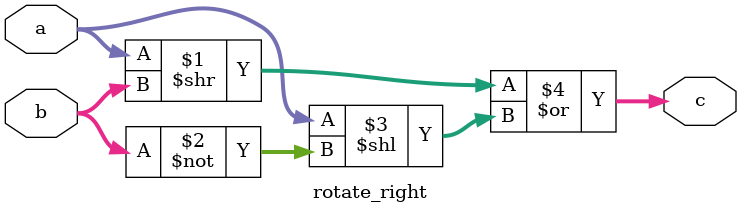
<source format=v>
module rotate_right(a, b, c);
	input [31:0] a;
	input [4:0] b;
	output [31:0] c;
	assign c = (a >> b) | (a << ~b);
endmodule 

</source>
